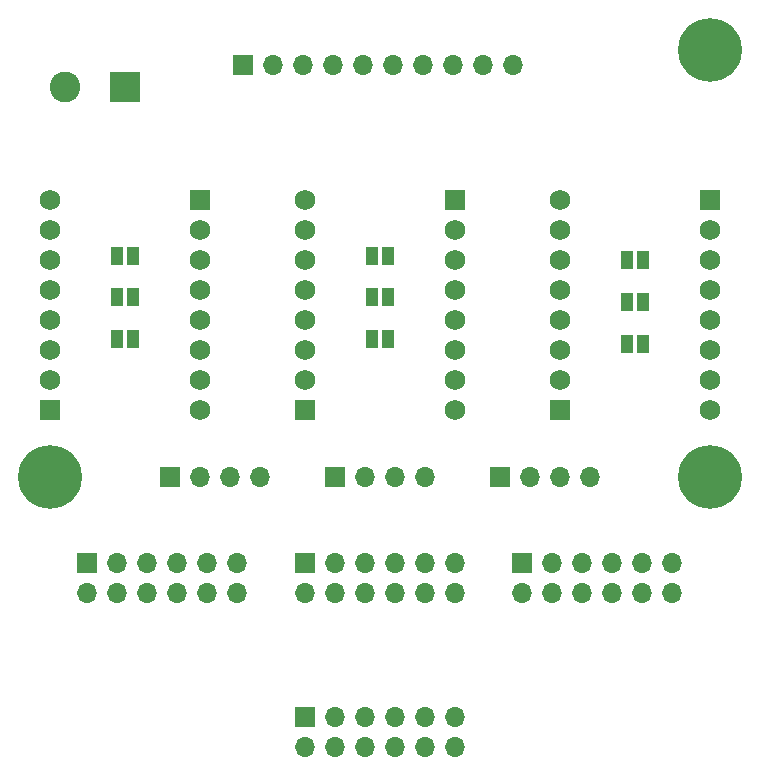
<source format=gbs>
G04 #@! TF.GenerationSoftware,KiCad,Pcbnew,7.0.8*
G04 #@! TF.CreationDate,2024-02-17T11:27:20+01:00*
G04 #@! TF.ProjectId,PCB_V2,5043425f-5632-42e6-9b69-6361645f7063,rev?*
G04 #@! TF.SameCoordinates,Original*
G04 #@! TF.FileFunction,Soldermask,Bot*
G04 #@! TF.FilePolarity,Negative*
%FSLAX46Y46*%
G04 Gerber Fmt 4.6, Leading zero omitted, Abs format (unit mm)*
G04 Created by KiCad (PCBNEW 7.0.8) date 2024-02-17 11:27:20*
%MOMM*%
%LPD*%
G01*
G04 APERTURE LIST*
G04 Aperture macros list*
%AMRoundRect*
0 Rectangle with rounded corners*
0 $1 Rounding radius*
0 $2 $3 $4 $5 $6 $7 $8 $9 X,Y pos of 4 corners*
0 Add a 4 corners polygon primitive as box body*
4,1,4,$2,$3,$4,$5,$6,$7,$8,$9,$2,$3,0*
0 Add four circle primitives for the rounded corners*
1,1,$1+$1,$2,$3*
1,1,$1+$1,$4,$5*
1,1,$1+$1,$6,$7*
1,1,$1+$1,$8,$9*
0 Add four rect primitives between the rounded corners*
20,1,$1+$1,$2,$3,$4,$5,0*
20,1,$1+$1,$4,$5,$6,$7,0*
20,1,$1+$1,$6,$7,$8,$9,0*
20,1,$1+$1,$8,$9,$2,$3,0*%
G04 Aperture macros list end*
%ADD10O,1.700000X1.700000*%
%ADD11R,1.700000X1.700000*%
%ADD12C,3.100000*%
%ADD13C,5.400000*%
%ADD14RoundRect,0.102000X-0.762000X-0.762000X0.762000X-0.762000X0.762000X0.762000X-0.762000X0.762000X0*%
%ADD15C,1.728000*%
%ADD16C,2.600000*%
%ADD17R,2.600000X2.600000*%
%ADD18R,1.000000X1.500000*%
G04 APERTURE END LIST*
D10*
X206375000Y-93345000D03*
X206375000Y-90805000D03*
X203835000Y-93345000D03*
X203835000Y-90805000D03*
X201295000Y-93345000D03*
X201295000Y-90805000D03*
X198755000Y-93345000D03*
X198755000Y-90805000D03*
X196215000Y-93345000D03*
X196215000Y-90805000D03*
X193675000Y-93345000D03*
D11*
X193675000Y-90805000D03*
D12*
X227965000Y-70485000D03*
D13*
X227965000Y-70485000D03*
X172085000Y-70485000D03*
D12*
X172085000Y-70485000D03*
D13*
X227965000Y-34290000D03*
D12*
X227965000Y-34290000D03*
D14*
X184785000Y-46990000D03*
D15*
X184785000Y-49530000D03*
X184785000Y-52070000D03*
X184785000Y-54610000D03*
X184785000Y-57150000D03*
X184785000Y-59690000D03*
X184785000Y-62230000D03*
X184785000Y-64770000D03*
D14*
X172085000Y-64770000D03*
D15*
X172085000Y-62230000D03*
X172085000Y-59690000D03*
X172085000Y-57150000D03*
X172085000Y-54610000D03*
X172085000Y-52070000D03*
X172085000Y-49530000D03*
X172085000Y-46990000D03*
D10*
X187960000Y-80264000D03*
X187960000Y-77724000D03*
X185420000Y-80264000D03*
X185420000Y-77724000D03*
X182880000Y-80264000D03*
X182880000Y-77724000D03*
X180340000Y-80264000D03*
X180340000Y-77724000D03*
X177800000Y-80264000D03*
X177800000Y-77724000D03*
X175260000Y-80264000D03*
D11*
X175260000Y-77724000D03*
D16*
X173355000Y-37465000D03*
D17*
X178435000Y-37465000D03*
D10*
X224790000Y-80264000D03*
X224790000Y-77724000D03*
X222250000Y-80264000D03*
X222250000Y-77724000D03*
X219710000Y-80264000D03*
X219710000Y-77724000D03*
X217170000Y-80264000D03*
X217170000Y-77724000D03*
X214630000Y-80264000D03*
X214630000Y-77724000D03*
X212090000Y-80264000D03*
D11*
X212090000Y-77724000D03*
X196215000Y-70485000D03*
D10*
X198755000Y-70485000D03*
X201295000Y-70485000D03*
X203835000Y-70485000D03*
X211328000Y-35560000D03*
X208788000Y-35560000D03*
X206248000Y-35560000D03*
X203708000Y-35560000D03*
X201168000Y-35560000D03*
X198628000Y-35560000D03*
X196088000Y-35560000D03*
X193548000Y-35560000D03*
X191008000Y-35560000D03*
D11*
X188468000Y-35560000D03*
D14*
X227965000Y-46990000D03*
D15*
X227965000Y-49530000D03*
X227965000Y-52070000D03*
X227965000Y-54610000D03*
X227965000Y-57150000D03*
X227965000Y-59690000D03*
X227965000Y-62230000D03*
X227965000Y-64770000D03*
D14*
X215265000Y-64770000D03*
D15*
X215265000Y-62230000D03*
X215265000Y-59690000D03*
X215265000Y-57150000D03*
X215265000Y-54610000D03*
X215265000Y-52070000D03*
X215265000Y-49530000D03*
X215265000Y-46990000D03*
D11*
X182245000Y-70485000D03*
D10*
X184785000Y-70485000D03*
X187325000Y-70485000D03*
X189865000Y-70485000D03*
X206375000Y-80264000D03*
X206375000Y-77724000D03*
X203835000Y-80264000D03*
X203835000Y-77724000D03*
X201295000Y-80264000D03*
X201295000Y-77724000D03*
X198755000Y-80264000D03*
X198755000Y-77724000D03*
X196215000Y-80264000D03*
X196215000Y-77724000D03*
X193675000Y-80264000D03*
D11*
X193675000Y-77724000D03*
X210185000Y-70485000D03*
D10*
X212725000Y-70485000D03*
X215265000Y-70485000D03*
X217805000Y-70485000D03*
D14*
X206375000Y-46990000D03*
D15*
X206375000Y-49530000D03*
X206375000Y-52070000D03*
X206375000Y-54610000D03*
X206375000Y-57150000D03*
X206375000Y-59690000D03*
X206375000Y-62230000D03*
X206375000Y-64770000D03*
D14*
X193675000Y-64770000D03*
D15*
X193675000Y-62230000D03*
X193675000Y-59690000D03*
X193675000Y-57150000D03*
X193675000Y-54610000D03*
X193675000Y-52070000D03*
X193675000Y-49530000D03*
X193675000Y-46990000D03*
D18*
X177785000Y-51695000D03*
X179085000Y-51695000D03*
X220965000Y-59170000D03*
X222265000Y-59170000D03*
X220965000Y-55620000D03*
X222265000Y-55620000D03*
X199375000Y-55245000D03*
X200675000Y-55245000D03*
X177785000Y-58795000D03*
X179085000Y-58795000D03*
X177785000Y-55245000D03*
X179085000Y-55245000D03*
X199375000Y-51695000D03*
X200675000Y-51695000D03*
X199375000Y-58795000D03*
X200675000Y-58795000D03*
X220965000Y-52070000D03*
X222265000Y-52070000D03*
M02*

</source>
